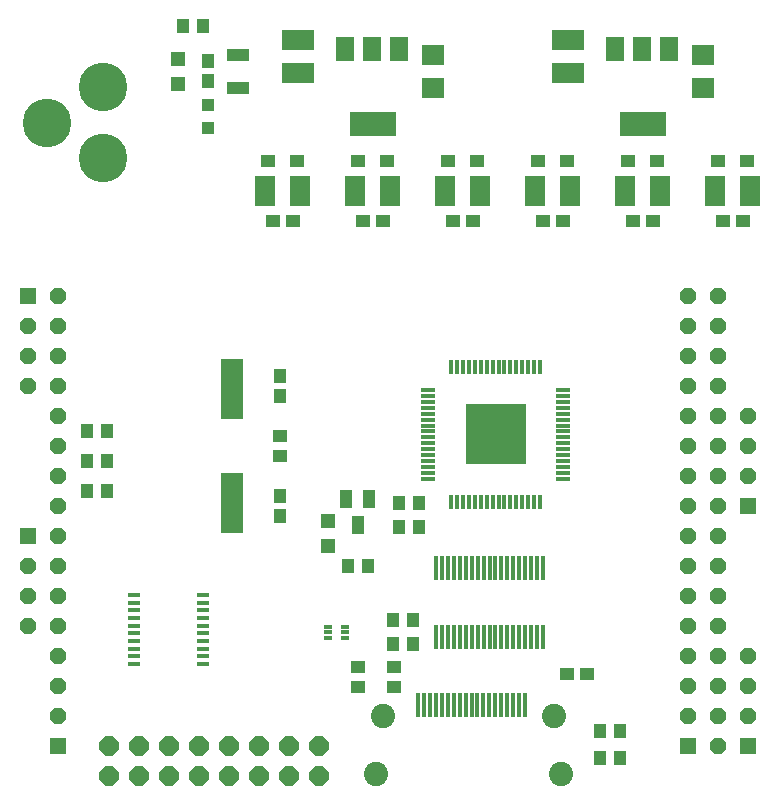
<source format=gts>
G75*
G70*
%OFA0B0*%
%FSLAX24Y24*%
%IPPOS*%
%LPD*%
%AMOC8*
5,1,8,0,0,1.08239X$1,22.5*
%
%ADD10OC8,0.0555*%
%ADD11R,0.0555X0.0555*%
%ADD12R,0.0158X0.0512*%
%ADD13R,0.0512X0.0158*%
%ADD14R,0.2009X0.2009*%
%ADD15C,0.0808*%
%ADD16R,0.0158X0.0788*%
%ADD17R,0.0158X0.0827*%
%ADD18R,0.0749X0.0434*%
%ADD19R,0.0434X0.0434*%
%ADD20R,0.0434X0.0473*%
%ADD21R,0.0512X0.0512*%
%ADD22R,0.1103X0.0670*%
%ADD23R,0.0749X0.0670*%
%ADD24C,0.1620*%
%ADD25OC8,0.0640*%
%ADD26R,0.0512X0.0434*%
%ADD27R,0.0670X0.0985*%
%ADD28R,0.0473X0.0434*%
%ADD29R,0.0630X0.0830*%
%ADD30R,0.1540X0.0830*%
%ADD31R,0.0740X0.2040*%
%ADD32R,0.0430X0.0160*%
%ADD33R,0.0316X0.0158*%
%ADD34R,0.0434X0.0591*%
%ADD35C,0.0280*%
D10*
X003000Y003668D03*
X003000Y004668D03*
X003000Y005668D03*
X003000Y006668D03*
X002000Y006668D03*
X002000Y007668D03*
X003000Y007668D03*
X003000Y008668D03*
X002000Y008668D03*
X003000Y009668D03*
X003000Y010668D03*
X003000Y011668D03*
X003000Y012668D03*
X003000Y013668D03*
X003000Y014668D03*
X002000Y014668D03*
X002000Y015668D03*
X003000Y015668D03*
X003000Y016668D03*
X002000Y016668D03*
X003000Y017668D03*
X024000Y017668D03*
X024000Y016668D03*
X024000Y015668D03*
X024000Y014668D03*
X024000Y013668D03*
X024000Y012668D03*
X024000Y011668D03*
X024000Y010668D03*
X024000Y009668D03*
X024000Y008668D03*
X024000Y007668D03*
X024000Y006668D03*
X024000Y005668D03*
X024000Y004668D03*
X024000Y003668D03*
X025000Y003668D03*
X025000Y002668D03*
X026000Y003668D03*
X026000Y004668D03*
X026000Y005668D03*
X025000Y005668D03*
X025000Y004668D03*
X025000Y006668D03*
X025000Y007668D03*
X025000Y008668D03*
X025000Y009668D03*
X025000Y010668D03*
X025000Y011668D03*
X026000Y011668D03*
X026000Y012668D03*
X026000Y013668D03*
X025000Y013668D03*
X025000Y012668D03*
X025000Y014668D03*
X025000Y015668D03*
X025000Y016668D03*
X025000Y017668D03*
D11*
X003000Y002668D03*
X002000Y009668D03*
X002000Y017668D03*
X024000Y002668D03*
X026000Y002668D03*
X026000Y010668D03*
D12*
X019076Y010824D03*
X018880Y010824D03*
X018683Y010824D03*
X018486Y010824D03*
X018289Y010824D03*
X018092Y010824D03*
X017895Y010824D03*
X017698Y010824D03*
X017502Y010824D03*
X017305Y010824D03*
X017108Y010824D03*
X016911Y010824D03*
X016714Y010824D03*
X016517Y010824D03*
X016320Y010824D03*
X016124Y010824D03*
X016124Y015312D03*
X016320Y015312D03*
X016517Y015312D03*
X016714Y015312D03*
X016911Y015312D03*
X017108Y015312D03*
X017305Y015312D03*
X017502Y015312D03*
X017698Y015312D03*
X017895Y015312D03*
X018092Y015312D03*
X018289Y015312D03*
X018486Y015312D03*
X018683Y015312D03*
X018880Y015312D03*
X019076Y015312D03*
D13*
X019844Y014545D03*
X019844Y014348D03*
X019844Y014151D03*
X019844Y013954D03*
X019844Y013757D03*
X019844Y013560D03*
X019844Y013364D03*
X019844Y013167D03*
X019844Y012970D03*
X019844Y012773D03*
X019844Y012576D03*
X019844Y012379D03*
X019844Y012182D03*
X019844Y011986D03*
X019844Y011789D03*
X019844Y011592D03*
X015356Y011592D03*
X015356Y011789D03*
X015356Y011986D03*
X015356Y012182D03*
X015356Y012379D03*
X015356Y012576D03*
X015356Y012773D03*
X015356Y012970D03*
X015356Y013167D03*
X015356Y013364D03*
X015356Y013560D03*
X015356Y013757D03*
X015356Y013954D03*
X015356Y014151D03*
X015356Y014348D03*
X015356Y014545D03*
D14*
X017600Y013068D03*
D15*
X019554Y003668D03*
X019791Y001739D03*
X013846Y003668D03*
X013609Y001739D03*
D16*
X015027Y004042D03*
X015224Y004042D03*
X015420Y004042D03*
X015617Y004042D03*
X015814Y004042D03*
X016011Y004042D03*
X016208Y004042D03*
X016405Y004042D03*
X016602Y004042D03*
X016798Y004042D03*
X016995Y004042D03*
X017192Y004042D03*
X017389Y004042D03*
X017586Y004042D03*
X017783Y004042D03*
X017980Y004042D03*
X018176Y004042D03*
X018373Y004042D03*
X018570Y004042D03*
D17*
X018581Y006307D03*
X018384Y006307D03*
X018187Y006307D03*
X017991Y006307D03*
X017794Y006307D03*
X017597Y006307D03*
X017400Y006307D03*
X017203Y006307D03*
X017006Y006307D03*
X016809Y006307D03*
X016613Y006307D03*
X016416Y006307D03*
X016219Y006307D03*
X016022Y006307D03*
X015825Y006307D03*
X015628Y006307D03*
X015628Y008630D03*
X015825Y008630D03*
X016022Y008630D03*
X016219Y008630D03*
X016416Y008630D03*
X016613Y008630D03*
X016809Y008630D03*
X017006Y008630D03*
X017203Y008630D03*
X017400Y008630D03*
X017597Y008630D03*
X017794Y008630D03*
X017991Y008630D03*
X018187Y008630D03*
X018384Y008630D03*
X018581Y008630D03*
X018778Y008630D03*
X018975Y008630D03*
X019172Y008630D03*
X019172Y006307D03*
X018975Y006307D03*
X018778Y006307D03*
D18*
X009000Y024617D03*
X009000Y025719D03*
D19*
X008000Y024062D03*
X008000Y023275D03*
D20*
X008000Y024834D03*
X008000Y025503D03*
X007835Y026668D03*
X007165Y026668D03*
X010400Y015003D03*
X010400Y014334D03*
X010400Y011003D03*
X010400Y010334D03*
X012665Y008668D03*
X013335Y008668D03*
X014365Y009968D03*
X015035Y009968D03*
X015035Y010768D03*
X014365Y010768D03*
X014165Y006868D03*
X014835Y006868D03*
X014835Y006068D03*
X014165Y006068D03*
X021065Y003168D03*
X021735Y003168D03*
X021735Y002268D03*
X021065Y002268D03*
X004635Y011168D03*
X003965Y011168D03*
X003965Y012168D03*
X004635Y012168D03*
X004635Y013168D03*
X003965Y013168D03*
D21*
X012000Y010182D03*
X012000Y009355D03*
X007000Y024755D03*
X007000Y025582D03*
D22*
X011000Y025117D03*
X011000Y026219D03*
X020000Y026219D03*
X020000Y025117D03*
D23*
X015500Y024617D03*
X015500Y025719D03*
X024500Y025719D03*
X024500Y024617D03*
D24*
X004500Y024637D03*
X002650Y023456D03*
X004500Y022275D03*
D25*
X004700Y002668D03*
X004700Y001668D03*
X005700Y001668D03*
X006700Y001668D03*
X007700Y001668D03*
X008700Y001668D03*
X009700Y001668D03*
X010700Y001668D03*
X011700Y001668D03*
X011700Y002668D03*
X010700Y002668D03*
X009700Y002668D03*
X008700Y002668D03*
X007700Y002668D03*
X006700Y002668D03*
X005700Y002668D03*
D26*
X010028Y022168D03*
X010972Y022168D03*
X013028Y022168D03*
X013972Y022168D03*
X016028Y022168D03*
X016972Y022168D03*
X019028Y022168D03*
X019972Y022168D03*
X022028Y022168D03*
X022972Y022168D03*
X025028Y022168D03*
X025972Y022168D03*
D27*
X026091Y021168D03*
X024909Y021168D03*
X023091Y021168D03*
X021909Y021168D03*
X020091Y021168D03*
X018909Y021168D03*
X017091Y021168D03*
X015909Y021168D03*
X014091Y021168D03*
X012909Y021168D03*
X011091Y021168D03*
X009909Y021168D03*
D28*
X010165Y020168D03*
X010835Y020168D03*
X013165Y020168D03*
X013835Y020168D03*
X016165Y020168D03*
X016835Y020168D03*
X019165Y020168D03*
X019835Y020168D03*
X022165Y020168D03*
X022835Y020168D03*
X025165Y020168D03*
X025835Y020168D03*
X014200Y005303D03*
X014200Y004634D03*
X013000Y004634D03*
X013000Y005303D03*
X010400Y012334D03*
X010400Y013003D03*
X019965Y005068D03*
X020635Y005068D03*
D29*
X021590Y025908D03*
X022490Y025908D03*
X023390Y025908D03*
X014390Y025908D03*
X013490Y025908D03*
X012590Y025908D03*
D30*
X013500Y023428D03*
X022500Y023428D03*
D31*
X008800Y014568D03*
X008800Y010768D03*
D32*
X007849Y007720D03*
X007849Y007464D03*
X007849Y007208D03*
X007849Y006952D03*
X007849Y006696D03*
X007849Y006440D03*
X007849Y006184D03*
X007849Y005929D03*
X007849Y005673D03*
X007849Y005417D03*
X005551Y005417D03*
X005551Y005673D03*
X005551Y005929D03*
X005551Y006184D03*
X005551Y006440D03*
X005551Y006696D03*
X005551Y006952D03*
X005551Y007208D03*
X005551Y007464D03*
X005551Y007720D03*
D33*
X012024Y006665D03*
X012024Y006468D03*
X012024Y006271D03*
X012576Y006271D03*
X012576Y006468D03*
X012576Y006665D03*
D34*
X013000Y010035D03*
X012626Y010901D03*
X013374Y010901D03*
D35*
X016800Y012268D03*
X017100Y012268D03*
X017100Y012568D03*
X016800Y012568D03*
X016800Y012868D03*
X017000Y013068D03*
X016800Y013268D03*
X016800Y013568D03*
X017100Y013568D03*
X017100Y013868D03*
X016800Y013868D03*
X017400Y013868D03*
X017600Y013668D03*
X017800Y013868D03*
X018100Y013868D03*
X018100Y013568D03*
X018400Y013568D03*
X018400Y013268D03*
X018200Y013068D03*
X018400Y012868D03*
X018400Y012568D03*
X018400Y012268D03*
X018100Y012568D03*
X018400Y013868D03*
M02*

</source>
